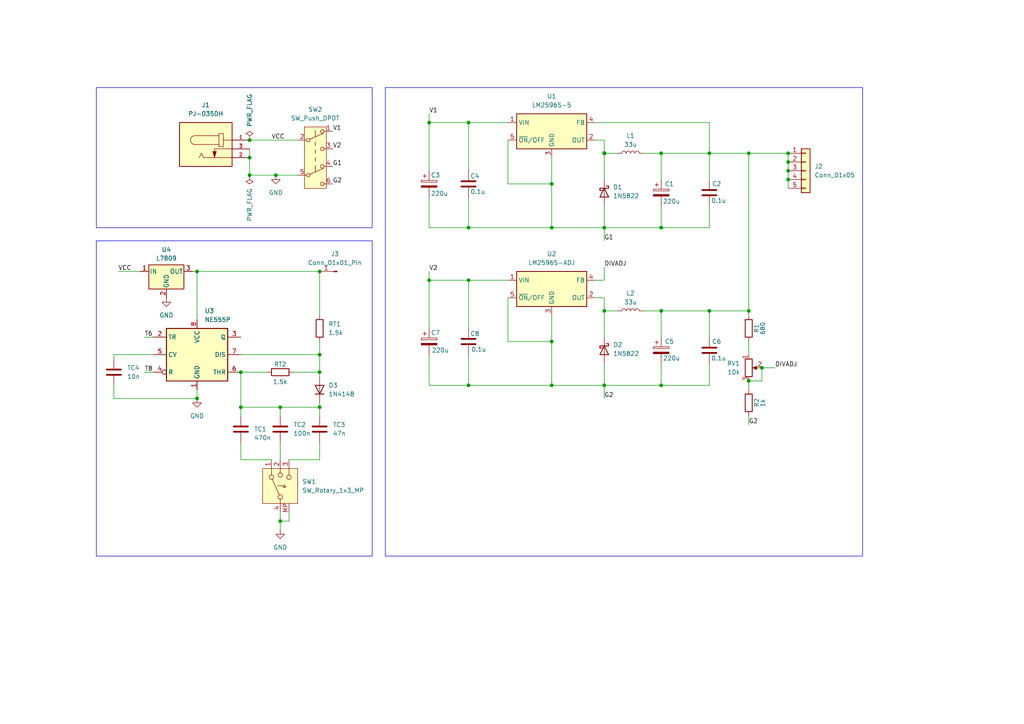
<source format=kicad_sch>
(kicad_sch (version 20231120) (generator "eeschema") (generator_version "8.0")
  (paper "A4")
  (lib_symbols
    (symbol "Connector:Conn_01x01_Pin" (pin_names (offset 1.016) hide)
      (property "Reference" "J" (at 0 2.54 0))
      (property "Value" "Conn_01x01_Pin" (at 0 -2.54 0))
      (symbol "Conn_01x01_Pin_1_1"
        (polyline (pts (xy 1.27 0) (xy 0.8636 0)) (stroke (width 0.1524)))
        (rectangle (start 0.8636 0.127) (end 0 -0.127) (stroke (width 0.1524)) (fill (type outline)))
        (pin passive line (at 5.08 0 180) (length 3.81) (name "Pin_1") (number "1"))
      )
    )
    (symbol "Connector_Generic:Conn_01x05" (pin_names (offset 1.016) hide)
      (property "Reference" "J" (at 0 7.62 0))
      (property "Value" "Conn_01x05" (at 0 -7.62 0))
      (symbol "Conn_01x05_1_1"
        (rectangle (start -1.27 -4.953) (end 0 -5.207) (stroke (width 0.1524)))
        (rectangle (start -1.27 -2.413) (end 0 -2.667) (stroke (width 0.1524)))
        (rectangle (start -1.27 0.127) (end 0 -0.127) (stroke (width 0.1524)))
        (rectangle (start -1.27 2.667) (end 0 2.413) (stroke (width 0.1524)))
        (rectangle (start -1.27 5.207) (end 0 4.953) (stroke (width 0.1524)))
        (rectangle (start -1.27 6.35) (end 1.27 -6.35) (stroke (width 0.254)) (fill (type background)))
        (pin passive line (at -5.08 5.08 0) (length 3.81) (name "Pin_1") (number "1"))
        (pin passive line (at -5.08 2.54 0) (length 3.81) (name "Pin_2") (number "2"))
        (pin passive line (at -5.08 0 0) (length 3.81) (name "Pin_3") (number "3"))
        (pin passive line (at -5.08 -2.54 0) (length 3.81) (name "Pin_4") (number "4"))
        (pin passive line (at -5.08 -5.08 0) (length 3.81) (name "Pin_5") (number "5"))
      )
    )
    (symbol "Device:C" (pin_numbers hide) (pin_names (offset 0.254))
      (property "Reference" "C" (at 0.635 2.54 0))
      (property "Value" "C" (at 0.635 -2.54 0))
      (symbol "C_0_1"
        (polyline (pts (xy -2.032 -0.762) (xy 2.032 -0.762)) (stroke (width 0.508)))
        (polyline (pts (xy -2.032 0.762) (xy 2.032 0.762)) (stroke (width 0.508)))
      )
      (symbol "C_1_1"
        (pin passive line (at 0 3.81 270) (length 2.794) (name "~") (number "1"))
        (pin passive line (at 0 -3.81 90) (length 2.794) (name "~") (number "2"))
      )
    )
    (symbol "Device:C_Polarized" (pin_numbers hide) (pin_names (offset 0.254))
      (property "Reference" "C" (at 0.635 2.54 0))
      (property "Value" "C_Polarized" (at 0.635 -2.54 0))
      (symbol "C_Polarized_0_1"
        (rectangle (start -2.286 0.508) (end 2.286 1.016))
        (polyline (pts (xy -1.778 2.286) (xy -0.762 2.286)))
        (polyline (pts (xy -1.27 2.794) (xy -1.27 1.778)))
        (rectangle (start 2.286 -0.508) (end -2.286 -1.016) (fill (type outline)))
      )
      (symbol "C_Polarized_1_1"
        (pin passive line (at 0 3.81 270) (length 2.794) (name "~") (number "1"))
        (pin passive line (at 0 -3.81 90) (length 2.794) (name "~") (number "2"))
      )
    )
    (symbol "Device:D" (pin_numbers hide) (pin_names (offset 1.016) hide)
      (property "Reference" "D" (at 0 2.54 0))
      (property "Value" "D" (at 0 -2.54 0))
      (symbol "D_0_1"
        (polyline (pts (xy -1.27 1.27) (xy -1.27 -1.27)) (stroke (width 0.254)))
        (polyline (pts (xy 1.27 0) (xy -1.27 0)))
        (polyline (pts (xy 1.27 1.27) (xy 1.27 -1.27) (xy -1.27 0) (xy 1.27 1.27)) (stroke (width 0.254)))
      )
      (symbol "D_1_1"
        (pin passive line (at -3.81 0 0) (length 2.54) (name "K") (number "1"))
        (pin passive line (at 3.81 0 180) (length 2.54) (name "A") (number "2"))
      )
    )
    (symbol "Device:L" (pin_numbers hide) (pin_names (offset 1.016) hide)
      (property "Reference" "L" (at -1.27 0 90))
      (property "Value" "L" (at 1.905 0 90))
      (symbol "L_0_1"
        (arc (start 0 -2.54) (mid 0.6323 -1.905) (end 0 -1.27))
        (arc (start 0 -1.27) (mid 0.6323 -0.635) (end 0 0))
        (arc (start 0 0) (mid 0.6323 0.635) (end 0 1.27))
        (arc (start 0 1.27) (mid 0.6323 1.905) (end 0 2.54))
      )
      (symbol "L_1_1"
        (pin passive line (at 0 3.81 270) (length 1.27) (name "1") (number "1"))
        (pin passive line (at 0 -3.81 90) (length 1.27) (name "2") (number "2"))
      )
    )
    (symbol "Device:R" (pin_numbers hide) (pin_names (offset 0))
      (property "Reference" "R" (at 2.032 0 90))
      (property "Value" "R" (at 0 0 90))
      (symbol "R_0_1"
        (rectangle (start -1.016 -2.54) (end 1.016 2.54) (stroke (width 0.254)))
      )
      (symbol "R_1_1"
        (pin passive line (at 0 3.81 270) (length 1.27) (name "~") (number "1"))
        (pin passive line (at 0 -3.81 90) (length 1.27) (name "~") (number "2"))
      )
    )
    (symbol "Device:R_Potentiometer" (pin_names (offset 1.016) hide)
      (property "Reference" "RV" (at -4.445 0 90))
      (property "Value" "R_Potentiometer" (at -2.54 0 90))
      (symbol "R_Potentiometer_0_1"
        (polyline (pts (xy 2.54 0) (xy 1.524 0)))
        (polyline (pts (xy 1.143 0) (xy 2.286 0.508) (xy 2.286 -0.508) (xy 1.143 0)) (fill (type outline)))
        (rectangle (start 1.016 2.54) (end -1.016 -2.54) (stroke (width 0.254)))
      )
      (symbol "R_Potentiometer_1_1"
        (pin passive line (at 0 3.81 270) (length 1.27) (name "1") (number "1"))
        (pin passive line (at 3.81 0 180) (length 1.27) (name "2") (number "2"))
        (pin passive line (at 0 -3.81 90) (length 1.27) (name "3") (number "3"))
      )
    )
    (symbol "Diode:1N5822" (pin_numbers hide) (pin_names (offset 1.016) hide)
      (property "Reference" "D" (at 0 2.54 0))
      (property "Value" "1N5822" (at 0 -2.54 0))
      (symbol "1N5822_0_1"
        (polyline (pts (xy 1.27 0) (xy -1.27 0)))
        (polyline (pts (xy 1.27 1.27) (xy 1.27 -1.27) (xy -1.27 0) (xy 1.27 1.27)) (stroke (width 0.254)))
        (polyline (pts (xy -1.905 0.635) (xy -1.905 1.27) (xy -1.27 1.27) (xy -1.27 -1.27) (xy -0.635 -1.27) (xy -0.635 -0.635)) (stroke (width 0.254)))
      )
      (symbol "1N5822_1_1"
        (pin passive line (at -3.81 0 0) (length 2.54) (name "K") (number "1"))
        (pin passive line (at 3.81 0 180) (length 2.54) (name "A") (number "2"))
      )
    )
    (symbol "PJ-035DH:PJ-035DH" (pin_names (offset 1.016))
      (property "Reference" "J" (at -7.6976 5.588 0))
      (property "Value" "PJ-035DH" (at -7.6898 -10.2066 0))
      (symbol "PJ-035DH_0_0"
        (rectangle (start -7.62 -7.62) (end 7.62 5.08) (stroke (width 0.254)) (fill (type background)))
        (arc (start -3.175 1.27) (mid -4.4394 0) (end -3.175 -1.27) (stroke (width 0.1524)))
        (polyline (pts (xy -3.175 1.27) (xy 3.81 1.27)) (stroke (width 0.1524)))
        (polyline (pts (xy -1.27 -3.81) (xy -1.905 -5.08)) (stroke (width 0.1524)))
        (polyline (pts (xy -0.635 -5.08) (xy -1.27 -3.81)) (stroke (width 0.1524)))
        (polyline (pts (xy 2.54 -5.08) (xy -0.635 -5.08)) (stroke (width 0.1524)))
        (polyline (pts (xy 2.54 -2.54) (xy 2.54 -5.08)) (stroke (width 0.1524)))
        (polyline (pts (xy 3.81 -1.905) (xy 5.08 -1.905)) (stroke (width 0.1524)))
        (polyline (pts (xy 3.81 -1.27) (xy -3.175 -1.27)) (stroke (width 0.1524)))
        (polyline (pts (xy 3.81 -1.27) (xy 3.81 -1.905)) (stroke (width 0.1524)))
        (polyline (pts (xy 3.81 1.27) (xy 3.81 -1.27)) (stroke (width 0.1524)))
        (polyline (pts (xy 3.81 1.905) (xy 3.81 1.27)) (stroke (width 0.1524)))
        (polyline (pts (xy 5.08 -1.905) (xy 5.08 0)) (stroke (width 0.1524)))
        (polyline (pts (xy 5.08 0) (xy 5.08 1.905)) (stroke (width 0.1524)))
        (polyline (pts (xy 5.08 1.905) (xy 3.81 1.905)) (stroke (width 0.1524)))
        (polyline (pts (xy 7.62 -5.08) (xy 2.54 -5.08)) (stroke (width 0.1524)))
        (polyline (pts (xy 7.62 -2.54) (xy 2.54 -2.54)) (stroke (width 0.1524)))
        (polyline (pts (xy 7.62 0) (xy 5.08 0)) (stroke (width 0.1524)))
        (polyline (pts (xy 2.54 -5.08) (xy 2.032 -3.302) (xy 3.048 -3.302) (xy 2.54 -5.08)) (stroke (width 0.1524)) (fill (type outline)))
        (pin passive line (at 12.7 0 180) (length 5.08) (name "~") (number "1"))
        (pin passive line (at 12.7 -5.08 180) (length 5.08) (name "~") (number "2"))
        (pin passive line (at 12.7 -2.54 180) (length 5.08) (name "~") (number "3"))
      )
    )
    (symbol "Regulator_Linear:L7809" (pin_names (offset 0.254))
      (property "Reference" "U" (at -3.81 3.175 0))
      (property "Value" "L7809" (at 0 3.175 0))
      (symbol "L7809_0_1"
        (rectangle (start -5.08 1.905) (end 5.08 -5.08) (stroke (width 0.254)) (fill (type background)))
      )
      (symbol "L7809_1_1"
        (pin power_in line (at -7.62 0 0) (length 2.54) (name "IN") (number "1"))
        (pin power_in line (at 0 -7.62 90) (length 2.54) (name "GND") (number "2"))
        (pin power_out line (at 7.62 0 180) (length 2.54) (name "OUT") (number "3"))
      )
    )
    (symbol "Regulator_Switching:LM2596S-5"
      (property "Reference" "U" (at -10.16 6.35 0))
      (property "Value" "LM2596S-5" (at 0 6.35 0))
      (symbol "LM2596S-5_0_1"
        (rectangle (start -10.16 5.08) (end 10.16 -5.08) (stroke (width 0.254)) (fill (type background)))
      )
      (symbol "LM2596S-5_1_1"
        (pin power_in line (at -12.7 2.54 0) (length 2.54) (name "VIN") (number "1"))
        (pin output line (at 12.7 -2.54 180) (length 2.54) (name "OUT") (number "2"))
        (pin power_in line (at 0 -7.62 90) (length 2.54) (name "GND") (number "3"))
        (pin input line (at 12.7 2.54 180) (length 2.54) (name "FB") (number "4"))
        (pin input line (at -12.7 -2.54 0) (length 2.54) (name "~{ON}/OFF") (number "5"))
      )
    )
    (symbol "Regulator_Switching:LM2596S-ADJ"
      (property "Reference" "U" (at -10.16 6.35 0))
      (property "Value" "LM2596S-ADJ" (at 0 6.35 0))
      (symbol "LM2596S-ADJ_0_1"
        (rectangle (start -10.16 5.08) (end 10.16 -5.08) (stroke (width 0.254)) (fill (type background)))
      )
      (symbol "LM2596S-ADJ_1_1"
        (pin power_in line (at -12.7 2.54 0) (length 2.54) (name "VIN") (number "1"))
        (pin output line (at 12.7 -2.54 180) (length 2.54) (name "OUT") (number "2"))
        (pin power_in line (at 0 -7.62 90) (length 2.54) (name "GND") (number "3"))
        (pin input line (at 12.7 2.54 180) (length 2.54) (name "FB") (number "4"))
        (pin input line (at -12.7 -2.54 0) (length 2.54) (name "~{ON}/OFF") (number "5"))
      )
    )
    (symbol "Switch:SW_Push_DPDT" (pin_names (offset 0) hide)
      (property "Reference" "SW" (at 0 10.16 0))
      (property "Value" "SW_Push_DPDT" (at 0 -10.16 0))
      (symbol "SW_Push_DPDT_0_0"
        (circle (center -2.032 -5.08) (radius 0.508))
        (circle (center -2.032 5.08) (radius 0.508))
        (circle (center 2.032 -7.62) (radius 0.508))
        (circle (center 2.032 2.54) (radius 0.508))
      )
      (symbol "SW_Push_DPDT_0_1"
        (polyline (pts (xy -1.524 -4.826) (xy 2.3368 -3.0988)))
        (polyline (pts (xy -1.524 5.334) (xy 2.3368 7.0612)))
        (polyline (pts (xy 0 -2.286) (xy 0 -4.064)))
        (polyline (pts (xy 0 -1.016) (xy 0 0)))
        (polyline (pts (xy 0 1.27) (xy 0 2.286)))
        (polyline (pts (xy 0 3.556) (xy 0 4.572)))
        (polyline (pts (xy 0 7.874) (xy 0 6.096)))
        (circle (center 2.032 -2.54) (radius 0.508))
        (circle (center 2.032 7.62) (radius 0.508))
      )
      (symbol "SW_Push_DPDT_1_1"
        (rectangle (start -3.175 8.89) (end 3.175 -8.89) (fill (type background)))
        (pin passive line (at 5.08 7.62 180) (length 2.54) (name "A") (number "1"))
        (pin passive line (at -5.08 5.08 0) (length 2.54) (name "B") (number "2"))
        (pin passive line (at 5.08 2.54 180) (length 2.54) (name "C") (number "3"))
        (pin passive line (at 5.08 -2.54 180) (length 2.54) (name "A") (number "4"))
        (pin passive line (at -5.08 -5.08 0) (length 2.54) (name "B") (number "5"))
        (pin passive line (at 5.08 -7.62 180) (length 2.54) (name "C") (number "6"))
      )
    )
    (symbol "Switch:SW_Rotary_1x3_MP" (pin_names hide)
      (property "Reference" "SW" (at 0 6.35 0))
      (property "Value" "SW_Rotary_1x3_MP" (at 8.89 -6.35 0))
      (symbol "SW_Rotary_1x3_MP_0_1"
        (circle (center -3.175 0) (radius 0.635))
        (arc (start -0.3176 -1.5875) (mid 0.0861 -0.5113) (end 0 0.635))
        (polyline (pts (xy -5.08 0) (xy -3.81 0)))
        (polyline (pts (xy -2.5908 0.254) (xy 1.9304 2.286)))
        (polyline (pts (xy -0.3176 -1.5875) (xy -0.3176 -1.5875)))
        (polyline (pts (xy -0.3176 -1.5875) (xy -0.3176 -0.6985)))
        (polyline (pts (xy -0.3176 -1.5875) (xy 0.4444 -1.0795)))
        (polyline (pts (xy 5.08 -2.54) (xy 3.175 -2.54)))
        (polyline (pts (xy 5.08 0) (xy 3.81 0)))
        (polyline (pts (xy 5.08 2.54) (xy 3.175 2.54)))
        (circle (center 2.54 -2.54) (radius 0.635))
        (circle (center 2.54 2.54) (radius 0.635))
        (circle (center 3.175 0) (radius 0.635))
      )
      (symbol "SW_Rotary_1x3_MP_1_1"
        (rectangle (start -5.08 5.08) (end 5.08 -5.08) (fill (type background)))
        (pin passive line (at 7.62 2.54 180) (length 2.54) (name "") (number "1"))
        (pin passive line (at 7.62 0 180) (length 2.54) (name "") (number "2"))
        (pin passive line (at 7.62 -2.54 180) (length 2.54) (name "") (number "3"))
        (pin passive line (at -7.62 0 0) (length 2.54) (name "") (number "4"))
        (pin passive line (at -7.62 -2.54 0) (length 2.54) (name "") (number "MP"))
      )
    )
    (symbol "Timer:NE555P"
      (property "Reference" "U" (at -10.16 8.89 0))
      (property "Value" "NE555P" (at 2.54 8.89 0))
      (symbol "NE555P_0_0"
        (pin power_in line (at 0 -10.16 90) (length 2.54) (name "GND") (number "1"))
        (pin power_in line (at 0 10.16 270) (length 2.54) (name "VCC") (number "8"))
      )
      (symbol "NE555P_0_1"
        (rectangle (start -8.89 -7.62) (end 8.89 7.62) (stroke (width 0.254)) (fill (type background)))
        (rectangle (start -8.89 -7.62) (end 8.89 7.62) (stroke (width 0.254)) (fill (type background)))
      )
      (symbol "NE555P_1_1"
        (pin input line (at -12.7 5.08 0) (length 3.81) (name "TR") (number "2"))
        (pin output line (at 12.7 5.08 180) (length 3.81) (name "Q") (number "3"))
        (pin input inverted (at -12.7 -5.08 0) (length 3.81) (name "R") (number "4"))
        (pin input line (at -12.7 0 0) (length 3.81) (name "CV") (number "5"))
        (pin input line (at 12.7 -5.08 180) (length 3.81) (name "THR") (number "6"))
        (pin input line (at 12.7 0 180) (length 3.81) (name "DIS") (number "7"))
      )
    )
    (symbol "power:GND" (power) (pin_numbers hide) (pin_names (offset 0) hide)
      (property "Value" "GND" (at 0 -3.81 0))
      (symbol "GND_0_1"
        (polyline (pts (xy 0 0) (xy 0 -1.27) (xy 1.27 -1.27) (xy 0 -2.54) (xy -1.27 -1.27) (xy 0 -1.27)))
      )
      (symbol "GND_1_1"
        (pin power_in line (at 0 0 270) (length 0) (name "~") (number "1"))
      )
    )
    (symbol "power:PWR_FLAG" (power) (pin_numbers hide) (pin_names (offset 0) hide)
      (property "Value" "PWR_FLAG" (at 0 3.81 0))
      (symbol "PWR_FLAG_0_0"
        (pin power_out line (at 0 0 90) (length 0) (name "~") (number "1"))
      )
      (symbol "PWR_FLAG_0_1"
        (polyline (pts (xy 0 0) (xy 0 1.27) (xy -1.016 1.905) (xy 0 2.54) (xy 1.016 1.905) (xy 0 1.27)))
      )
    )
  )
  (junction (at 92.71 102.87))
  (junction (at 191.77 111.76))
  (junction (at 205.74 44.45))
  (junction (at 69.85 118.11))
  (junction (at 124.46 81.28))
  (junction (at 124.46 35.56))
  (junction (at 205.74 90.17))
  (junction (at 135.89 35.56))
  (junction (at 191.77 90.17))
  (junction (at 80.01 50.8))
  (junction (at 92.71 107.95))
  (junction (at 69.85 107.95))
  (junction (at 160.02 53.34))
  (junction (at 57.15 78.74))
  (junction (at 81.28 118.11))
  (junction (at 81.28 151.13))
  (junction (at 175.26 90.17))
  (junction (at 72.39 50.8))
  (junction (at 228.6 49.53))
  (junction (at 160.02 66.04))
  (junction (at 135.89 81.28))
  (junction (at 191.77 44.45))
  (junction (at 160.02 99.06))
  (junction (at 135.89 66.04))
  (junction (at 72.39 40.64))
  (junction (at 135.89 111.76))
  (junction (at 217.17 44.45))
  (junction (at 220.98 106.68))
  (junction (at 191.77 66.04))
  (junction (at 175.26 111.76))
  (junction (at 57.15 115.57))
  (junction (at 217.17 90.17))
  (junction (at 175.26 66.04))
  (junction (at 175.26 44.45))
  (junction (at 72.39 45.72))
  (junction (at 228.6 52.07))
  (junction (at 228.6 44.45))
  (junction (at 160.02 111.76))
  (junction (at 92.71 118.11))
  (junction (at 228.6 46.99))
  (junction (at 92.71 78.74))
  (junction (at 217.17 110.49))
  (wire (pts (xy 34.29 78.74) (xy 40.64 78.74)))
  (wire (pts (xy 220.98 110.49) (xy 217.17 110.49)))
  (wire (pts (xy 57.15 115.57) (xy 57.15 113.03)))
  (wire (pts (xy 81.28 118.11) (xy 92.71 118.11)))
  (wire (pts (xy 175.26 111.76) (xy 175.26 115.57)))
  (wire (pts (xy 191.77 66.04) (xy 205.74 66.04)))
  (wire (pts (xy 69.85 107.95) (xy 77.47 107.95)))
  (wire (pts (xy 160.02 91.44) (xy 160.02 99.06)))
  (wire (pts (xy 135.89 35.56) (xy 147.32 35.56)))
  (wire (pts (xy 191.77 44.45) (xy 191.77 52.07)))
  (wire (pts (xy 205.74 90.17) (xy 217.17 90.17)))
  (wire (pts (xy 147.32 53.34) (xy 160.02 53.34)))
  (wire (pts (xy 92.71 99.06) (xy 92.71 102.87)))
  (wire (pts (xy 72.39 50.8) (xy 80.01 50.8)))
  (wire (pts (xy 124.46 35.56) (xy 124.46 49.53)))
  (wire (pts (xy 217.17 90.17) (xy 217.17 91.44)))
  (wire (pts (xy 205.74 44.45) (xy 205.74 52.07)))
  (wire (pts (xy 41.91 97.79) (xy 44.45 97.79)))
  (wire (pts (xy 44.45 102.87) (xy 33.02 102.87)))
  (wire (pts (xy 124.46 102.87) (xy 124.46 111.76)))
  (wire (pts (xy 217.17 44.45) (xy 217.17 90.17)))
  (wire (pts (xy 81.28 151.13) (xy 81.28 153.67)))
  (wire (pts (xy 69.85 102.87) (xy 92.71 102.87)))
  (wire (pts (xy 228.6 44.45) (xy 228.6 46.99)))
  (wire (pts (xy 205.74 35.56) (xy 205.74 44.45)))
  (wire (pts (xy 175.26 77.47) (xy 175.26 81.28)))
  (wire (pts (xy 191.77 59.69) (xy 191.77 66.04)))
  (wire (pts (xy 175.26 86.36) (xy 175.26 90.17)))
  (wire (pts (xy 191.77 90.17) (xy 205.74 90.17)))
  (wire (pts (xy 135.89 81.28) (xy 135.89 95.25)))
  (wire (pts (xy 191.77 44.45) (xy 205.74 44.45)))
  (wire (pts (xy 72.39 43.18) (xy 72.39 45.72)))
  (wire (pts (xy 69.85 107.95) (xy 69.85 118.11)))
  (wire (pts (xy 228.6 52.07) (xy 228.6 54.61)))
  (wire (pts (xy 160.02 66.04) (xy 175.26 66.04)))
  (wire (pts (xy 217.17 120.65) (xy 217.17 123.19)))
  (wire (pts (xy 147.32 99.06) (xy 160.02 99.06)))
  (wire (pts (xy 41.91 107.95) (xy 44.45 107.95)))
  (wire (pts (xy 81.28 151.13) (xy 83.82 151.13)))
  (wire (pts (xy 175.26 44.45) (xy 179.07 44.45)))
  (wire (pts (xy 78.74 133.35) (xy 69.85 133.35)))
  (wire (pts (xy 57.15 78.74) (xy 92.71 78.74)))
  (wire (pts (xy 124.46 33.02) (xy 124.46 35.56)))
  (wire (pts (xy 92.71 118.11) (xy 92.71 120.65)))
  (wire (pts (xy 228.6 46.99) (xy 228.6 49.53)))
  (wire (pts (xy 205.74 90.17) (xy 205.74 97.79)))
  (wire (pts (xy 81.28 118.11) (xy 81.28 120.65)))
  (wire (pts (xy 220.98 106.68) (xy 220.98 110.49)))
  (wire (pts (xy 186.69 44.45) (xy 191.77 44.45)))
  (wire (pts (xy 175.26 59.69) (xy 175.26 66.04)))
  (wire (pts (xy 160.02 45.72) (xy 160.02 53.34)))
  (wire (pts (xy 228.6 49.53) (xy 228.6 52.07)))
  (wire (pts (xy 217.17 99.06) (xy 217.17 102.87)))
  (wire (pts (xy 160.02 99.06) (xy 160.02 111.76)))
  (wire (pts (xy 55.88 78.74) (xy 57.15 78.74)))
  (wire (pts (xy 147.32 40.64) (xy 147.32 53.34)))
  (wire (pts (xy 69.85 118.11) (xy 69.85 120.65)))
  (wire (pts (xy 217.17 44.45) (xy 228.6 44.45)))
  (wire (pts (xy 172.72 35.56) (xy 205.74 35.56)))
  (wire (pts (xy 160.02 111.76) (xy 175.26 111.76)))
  (wire (pts (xy 124.46 57.15) (xy 124.46 66.04)))
  (wire (pts (xy 33.02 111.76) (xy 33.02 115.57)))
  (wire (pts (xy 175.26 90.17) (xy 179.07 90.17)))
  (wire (pts (xy 135.89 35.56) (xy 135.89 49.53)))
  (wire (pts (xy 69.85 133.35) (xy 69.85 128.27)))
  (wire (pts (xy 175.26 44.45) (xy 175.26 52.07)))
  (wire (pts (xy 175.26 66.04) (xy 191.77 66.04)))
  (wire (pts (xy 205.74 105.41) (xy 205.74 111.76)))
  (wire (pts (xy 33.02 115.57) (xy 57.15 115.57)))
  (wire (pts (xy 80.01 50.8) (xy 86.36 50.8)))
  (wire (pts (xy 186.69 90.17) (xy 191.77 90.17)))
  (wire (pts (xy 85.09 107.95) (xy 92.71 107.95)))
  (wire (pts (xy 205.74 59.69) (xy 205.74 66.04)))
  (wire (pts (xy 72.39 40.64) (xy 86.36 40.64)))
  (wire (pts (xy 135.89 102.87) (xy 135.89 111.76)))
  (wire (pts (xy 191.77 90.17) (xy 191.77 97.79)))
  (wire (pts (xy 175.26 111.76) (xy 191.77 111.76)))
  (wire (pts (xy 191.77 111.76) (xy 205.74 111.76)))
  (wire (pts (xy 124.46 81.28) (xy 135.89 81.28)))
  (wire (pts (xy 135.89 81.28) (xy 147.32 81.28)))
  (wire (pts (xy 124.46 111.76) (xy 135.89 111.76)))
  (wire (pts (xy 135.89 57.15) (xy 135.89 66.04)))
  (wire (pts (xy 124.46 66.04) (xy 135.89 66.04)))
  (wire (pts (xy 175.26 40.64) (xy 175.26 44.45)))
  (wire (pts (xy 92.71 102.87) (xy 92.71 107.95)))
  (wire (pts (xy 135.89 111.76) (xy 160.02 111.76)))
  (wire (pts (xy 175.26 90.17) (xy 175.26 97.79)))
  (wire (pts (xy 172.72 81.28) (xy 175.26 81.28)))
  (wire (pts (xy 92.71 91.44) (xy 92.71 78.74)))
  (wire (pts (xy 217.17 110.49) (xy 217.17 113.03)))
  (wire (pts (xy 172.72 40.64) (xy 175.26 40.64)))
  (wire (pts (xy 81.28 148.59) (xy 81.28 151.13)))
  (wire (pts (xy 175.26 66.04) (xy 175.26 69.85)))
  (wire (pts (xy 92.71 133.35) (xy 83.82 133.35)))
  (wire (pts (xy 33.02 102.87) (xy 33.02 104.14)))
  (wire (pts (xy 124.46 81.28) (xy 124.46 95.25)))
  (wire (pts (xy 191.77 105.41) (xy 191.77 111.76)))
  (wire (pts (xy 124.46 35.56) (xy 135.89 35.56)))
  (wire (pts (xy 175.26 105.41) (xy 175.26 111.76)))
  (wire (pts (xy 92.71 116.84) (xy 92.71 118.11)))
  (wire (pts (xy 72.39 45.72) (xy 72.39 50.8)))
  (wire (pts (xy 172.72 86.36) (xy 175.26 86.36)))
  (wire (pts (xy 124.46 78.74) (xy 124.46 81.28)))
  (wire (pts (xy 135.89 66.04) (xy 160.02 66.04)))
  (wire (pts (xy 92.71 107.95) (xy 92.71 109.22)))
  (wire (pts (xy 69.85 118.11) (xy 81.28 118.11)))
  (wire (pts (xy 220.98 106.68) (xy 224.79 106.68)))
  (wire (pts (xy 92.71 128.27) (xy 92.71 133.35)))
  (wire (pts (xy 205.74 44.45) (xy 217.17 44.45)))
  (wire (pts (xy 81.28 128.27) (xy 81.28 133.35)))
  (wire (pts (xy 57.15 78.74) (xy 57.15 92.71)))
  (wire (pts (xy 147.32 86.36) (xy 147.32 99.06)))
  (wire (pts (xy 160.02 53.34) (xy 160.02 66.04)))
  (wire (pts (xy 83.82 151.13) (xy 83.82 148.59)))
  (rectangle (start 111.76 25.4) (end 250.19 161.29))
  (rectangle (start 27.94 69.85) (end 107.95 161.29))
  (rectangle (start 27.94 25.4) (end 107.95 66.04))
  (label "T6" (at 41.91 97.79 0))
  (label "V1" (at 96.52 38.1 0))
  (label "G2" (at 96.52 53.34 0))
  (label "VCC" (at 78.74 40.64 0))
  (label "DIVADJ" (at 224.79 106.68 0))
  (label "G2" (at 217.17 123.19 0))
  (label "G1" (at 96.52 48.26 0))
  (label "G2" (at 175.26 115.57 0))
  (label "V1" (at 124.46 33.02 0))
  (label "V2" (at 124.46 78.74 0))
  (label "G1" (at 175.26 69.85 0))
  (label "DIVADJ" (at 175.26 77.47 0))
  (label "VCC" (at 34.29 78.74 0))
  (label "T8" (at 41.91 107.95 0))
  (label "V2" (at 96.52 43.18 0))
  (netclass_flag "" (length 0.0254) (shape round) (at 175.26 44.45 270) (property "Netclass" "signal" (effects (hide yes))))
  (symbol (lib_id "Device:L") (at 182.88 90.17 90) (unit 1)
    (property "Reference" "L2" (at 182.88 85.09 90))
    (property "Value" "33u" (at 182.88 87.63 90))
    (property "Footprint" "SRR1260-330M:INDP125125X600N" (effects (hide yes)))
    (property "Description" "Inductor" (effects (hide yes)))
  )
  (symbol (lib_id "power:GND") (at 57.15 115.57 0) (unit 1)
    (property "Reference" "#PWR03" (effects (hide yes)))
    (property "Value" "GND" (at 57.15 120.65 0))
    (property "Description" "Power symbol creates a global label with name \"GND\" , ground" (effects (hide yes)))
  )
  (symbol (lib_id "Device:R_Potentiometer") (at 217.17 106.68 0) (unit 1)
    (property "Reference" "RV1" (at 214.63 105.4099 0) (effects (justify right)))
    (property "Value" "10k" (at 214.63 107.9499 0) (effects (justify right)))
    (property "Description" "Potentiometer" (effects (hide yes)))
  )
  (symbol (lib_id "Device:C_Polarized") (at 124.46 99.06 0) (unit 1)
    (property "Reference" "C7" (at 124.968 96.52 0) (effects (justify left)))
    (property "Value" "220u" (at 125.222 101.6 0) (effects (justify left)))
    (property "Footprint" "Capacitor_THT:CP_Radial_D8.0mm_P3.50mm" (effects (hide yes)))
    (property "Description" "Polarized capacitor" (effects (hide yes)))
  )
  (symbol (lib_id "Device:D") (at 92.71 113.03 90) (unit 1)
    (property "Reference" "D3" (at 95.25 111.7599 90) (effects (justify right)))
    (property "Value" "1N4148" (at 95.25 114.2999 90) (effects (justify right)))
    (property "Description" "Diode" (effects (hide yes)))
    (property "Sim.Device" "D" (effects (hide yes)))
    (property "Sim.Pins" "1=K 2=A" (effects (hide yes)))
  )
  (symbol (lib_id "Regulator_Switching:LM2596S-ADJ") (at 160.02 83.82 0) (unit 1)
    (property "Reference" "U2" (at 160.02 73.66 0))
    (property "Value" "LM2596S-ADJ" (at 160.02 76.2 0))
    (property "Footprint" "Package_TO_SOT_SMD:TO-263-5_TabPin3" (effects (hide yes)))
    (property "Datasheet" "http://www.ti.com/lit/ds/symlink/lm2596.pdf" (effects (hide yes)))
    (property "Description" "Adjustable 3A Step-Down Voltage Regulator, TO-263" (effects (hide yes)))
  )
  (symbol (lib_id "Device:C_Polarized") (at 191.77 101.6 0) (unit 1)
    (property "Reference" "C5" (at 192.786 99.06 0) (effects (justify left)))
    (property "Value" "220u" (at 192.278 103.886 0) (effects (justify left)))
    (property "Footprint" "Capacitor_THT:CP_Radial_D8.0mm_P3.50mm" (effects (hide yes)))
    (property "Description" "Polarized capacitor" (effects (hide yes)))
  )
  (symbol (lib_id "Switch:SW_Push_DPDT") (at 91.44 45.72 0) (unit 1)
    (property "Reference" "SW2" (at 91.44 31.75 0))
    (property "Value" "SW_Push_DPDT" (at 91.44 34.29 0))
    (property "Description" "Momentary Switch, dual pole double throw" (effects (hide yes)))
  )
  (symbol (lib_id "Connector:Conn_01x01_Pin") (at 97.79 78.74 180) (unit 1)
    (property "Reference" "J3" (at 97.155 73.66 0))
    (property "Value" "Conn_01x01_Pin" (at 97.155 76.2 0))
    (property "Description" "Generic connector, single row, 01x01, script generated" (effects (hide yes)))
  )
  (symbol (lib_id "Regulator_Switching:LM2596S-5") (at 160.02 38.1 0) (unit 1)
    (property "Reference" "U1" (at 160.02 27.94 0))
    (property "Value" "LM2596S-5" (at 160.02 30.48 0))
    (property "Footprint" "Package_TO_SOT_SMD:TO-263-5_TabPin3" (effects (hide yes)))
    (property "Datasheet" "http://www.ti.com/lit/ds/symlink/lm2596.pdf" (effects (hide yes)))
    (property "Description" "5V 3A Step-Down Voltage Regulator, TO-263" (effects (hide yes)))
  )
  (symbol (lib_id "Timer:NE555P") (at 57.15 102.87 0) (unit 1)
    (property "Reference" "U3" (at 59.3441 90.17 0) (effects (justify left)))
    (property "Value" "NE555P" (at 59.3441 92.71 0) (effects (justify left)))
    (property "Footprint" "Package_DIP:DIP-8_W7.62mm" (effects (hide yes)))
    (property "Datasheet" "http://www.ti.com/lit/ds/symlink/ne555.pdf" (effects (hide yes)))
    (property "Description" "Precision Timers, 555 compatible,  PDIP-8" (effects (hide yes)))
  )
  (symbol (lib_id "Device:C_Polarized") (at 191.77 55.88 0) (unit 1)
    (property "Reference" "C1" (at 192.786 53.34 0) (effects (justify left)))
    (property "Value" "220u" (at 192.278 58.42 0) (effects (justify left)))
    (property "Footprint" "Capacitor_THT:CP_Radial_D8.0mm_P3.50mm" (effects (hide yes)))
    (property "Description" "Polarized capacitor" (effects (hide yes)))
  )
  (symbol (lib_id "power:PWR_FLAG") (at 72.39 50.8 180) (unit 1)
    (property "Reference" "#FLG02" (effects (hide yes)))
    (property "Value" "PWR_FLAG" (at 72.39 54.61 90) (effects (justify left)))
    (property "Description" "Special symbol for telling ERC where power comes from" (effects (hide yes)))
  )
  (symbol (lib_id "Device:R") (at 81.28 107.95 90) (unit 1)
    (property "Reference" "RT2" (at 81.28 105.664 90))
    (property "Value" "1.5k" (at 81.28 110.744 90))
    (property "Description" "Resistor" (effects (hide yes)))
  )
  (symbol (lib_id "Device:C") (at 81.28 124.46 0) (unit 1)
    (property "Reference" "TC2" (at 85.09 123.1899 0) (effects (justify left)))
    (property "Value" "100n" (at 85.09 125.7299 0) (effects (justify left)))
    (property "Description" "Unpolarized capacitor" (effects (hide yes)))
  )
  (symbol (lib_id "Device:C") (at 33.02 107.95 0) (unit 1)
    (property "Reference" "TC4" (at 36.83 106.6799 0) (effects (justify left)))
    (property "Value" "10n" (at 36.83 109.2199 0) (effects (justify left)))
    (property "Description" "Unpolarized capacitor" (effects (hide yes)))
  )
  (symbol (lib_id "Device:C") (at 135.89 99.06 0) (unit 1)
    (property "Reference" "C8" (at 136.398 96.774 0) (effects (justify left)))
    (property "Value" "0.1u" (at 136.652 101.346 0) (effects (justify left)))
    (property "Description" "Unpolarized capacitor" (effects (hide yes)))
  )
  (symbol (lib_id "Device:R") (at 217.17 116.84 0) (unit 1)
    (property "Reference" "R2" (at 219.456 118.11 90) (effects (justify left)))
    (property "Value" "1k" (at 221.234 118.11 90) (effects (justify left)))
    (property "Footprint" "Resistor_THT:R_Axial_DIN0309_L9.0mm_D3.2mm_P12.70mm_Horizontal" (effects (hide yes)))
    (property "Description" "Resistor" (effects (hide yes)))
  )
  (symbol (lib_id "PJ-035DH:PJ-035DH") (at 59.69 40.64 0) (unit 1)
    (property "Reference" "J1" (at 59.69 30.48 0))
    (property "Value" "PJ-035DH" (at 59.69 33.02 0))
    (property "Footprint" "PJ-035DH:CUI_PJ-035DH" (effects (hide yes)))
    (property "MF" "Same Sky" (effects (hide yes)))
    (property "MAXIMUM_PACKAGE_HEIGHT" "11.5mm" (effects (hide yes)))
    (property "Package" "None" (effects (hide yes)))
    (property "Price" "None" (effects (hide yes)))
    (property "Check_prices" "https://www.snapeda.com/parts/PJ-035DH/Same+Sky/view-part/?ref=eda" (effects (hide yes)))
    (property "STANDARD" "Manufacturer Recommendations" (effects (hide yes)))
    (property "PARTREV" "1.05" (effects (hide yes)))
    (property "SnapEDA_Link" "https://www.snapeda.com/parts/PJ-035DH/Same+Sky/view-part/?ref=snap" (effects (hide yes)))
    (property "MP" "PJ-035DH" (effects (hide yes)))
    (property "Description_1" "\n                        \n                            1.3 x 3.8 mm, 3.5 A, Horizontal, Through Hole, Dc Power Jack Connector\n                        \n" (effects (hide yes)))
    (property "Availability" "In Stock" (effects (hide yes)))
    (property "MANUFACTURER" "CUI Devices" (effects (hide yes)))
  )
  (symbol (lib_id "Device:L") (at 182.88 44.45 90) (unit 1)
    (property "Reference" "L1" (at 182.88 39.37 90))
    (property "Value" "33u" (at 182.88 41.91 90))
    (property "Footprint" "SRR1260-330M:INDP125125X600N" (effects (hide yes)))
    (property "Description" "Inductor" (effects (hide yes)))
  )
  (symbol (lib_id "Device:R") (at 92.71 95.25 0) (unit 1)
    (property "Reference" "RT1" (at 95.25 93.9799 0) (effects (justify left)))
    (property "Value" "1.5k" (at 95.25 96.5199 0) (effects (justify left)))
    (property "Description" "Resistor" (effects (hide yes)))
  )
  (symbol (lib_id "Diode:1N5822") (at 175.26 55.88 270) (unit 1)
    (property "Reference" "D1" (at 177.8 54.2924 90) (effects (justify left)))
    (property "Value" "1N5822" (at 177.8 56.8324 90) (effects (justify left)))
    (property "Footprint" "Diode_THT:D_DO-201AD_P12.70mm_Horizontal" (effects (hide yes)))
    (property "Datasheet" "http://www.vishay.com/docs/88526/1n5820.pdf" (effects (hide yes)))
    (property "Description" "40V 3A Schottky Barrier Rectifier Diode, DO-201AD" (effects (hide yes)))
  )
  (symbol (lib_id "Switch:SW_Rotary_1x3_MP") (at 81.28 140.97 90) (unit 1)
    (property "Reference" "SW1" (at 87.63 139.6999 90) (effects (justify right)))
    (property "Value" "SW_Rotary_1x3_MP" (at 87.63 142.2399 90) (effects (justify right)))
    (property "Description" "Rotary switch 1x3, SP3T with mount point" (effects (hide yes)))
  )
  (symbol (lib_id "power:GND") (at 81.28 153.67 0) (unit 1)
    (property "Reference" "#PWR04" (effects (hide yes)))
    (property "Value" "GND" (at 81.28 158.75 0))
    (property "Description" "Power symbol creates a global label with name \"GND\" , ground" (effects (hide yes)))
  )
  (symbol (lib_id "Device:C") (at 69.85 124.46 0) (unit 1)
    (property "Reference" "TC1" (at 73.66 124.4599 0) (effects (justify left)))
    (property "Value" "470n" (at 73.66 126.9999 0) (effects (justify left)))
    (property "Description" "Unpolarized capacitor" (effects (hide yes)))
  )
  (symbol (lib_id "Device:C") (at 205.74 55.88 0) (unit 1)
    (property "Reference" "C2" (at 206.502 53.34 0) (effects (justify left)))
    (property "Value" "0.1u" (at 206.248 58.166 0) (effects (justify left)))
    (property "Description" "Unpolarized capacitor" (effects (hide yes)))
  )
  (symbol (lib_id "Device:C") (at 205.74 101.6 0) (unit 1)
    (property "Reference" "C6" (at 206.502 99.06 0) (effects (justify left)))
    (property "Value" "0.1u" (at 206.248 103.886 0) (effects (justify left)))
    (property "Description" "Unpolarized capacitor" (effects (hide yes)))
  )
  (symbol (lib_id "Device:C_Polarized") (at 124.46 53.34 0) (unit 1)
    (property "Reference" "C3" (at 124.968 50.8 0) (effects (justify left)))
    (property "Value" "220u" (at 124.968 56.134 0) (effects (justify left)))
    (property "Footprint" "Capacitor_THT:CP_Radial_D8.0mm_P3.50mm" (effects (hide yes)))
    (property "Description" "Polarized capacitor" (effects (hide yes)))
  )
  (symbol (lib_id "power:GND") (at 48.26 86.36 0) (unit 1)
    (property "Reference" "#PWR02" (effects (hide yes)))
    (property "Value" "GND" (at 48.26 91.44 0))
    (property "Description" "Power symbol creates a global label with name \"GND\" , ground" (effects (hide yes)))
  )
  (symbol (lib_id "Regulator_Linear:L7809") (at 48.26 78.74 0) (unit 1)
    (property "Reference" "U4" (at 48.26 72.39 0))
    (property "Value" "L7809" (at 48.26 74.93 0))
    (property "Footprint" "Package_TO_SOT_THT:TO-220-3_Horizontal_TabDown" (effects (hide yes)))
    (property "Datasheet" "http://www.st.com/content/ccc/resource/technical/document/datasheet/41/4f/b3/b0/12/d4/47/88/CD00000444.pdf/files/CD00000444.pdf/jcr:content/translations/en.CD00000444.pdf" (effects (hide yes)))
    (property "Description" "Positive 1.5A 35V Linear Regulator, Fixed Output 9V, TO-220/TO-263/TO-252" (effects (hide yes)))
  )
  (symbol (lib_id "Device:C") (at 135.89 53.34 0) (unit 1)
    (property "Reference" "C4" (at 136.398 51.054 0) (effects (justify left)))
    (property "Value" "0.1u" (at 136.398 55.626 0) (effects (justify left)))
    (property "Description" "Unpolarized capacitor" (effects (hide yes)))
  )
  (symbol (lib_id "Diode:1N5822") (at 175.26 101.6 270) (unit 1)
    (property "Reference" "D2" (at 177.8 100.0124 90) (effects (justify left)))
    (property "Value" "1N5822" (at 177.8 102.5524 90) (effects (justify left)))
    (property "Footprint" "Diode_THT:D_DO-201AD_P12.70mm_Horizontal" (effects (hide yes)))
    (property "Datasheet" "http://www.vishay.com/docs/88526/1n5820.pdf" (effects (hide yes)))
    (property "Description" "40V 3A Schottky Barrier Rectifier Diode, DO-201AD" (effects (hide yes)))
  )
  (symbol (lib_id "Connector_Generic:Conn_01x05") (at 233.68 49.53 0) (unit 1)
    (property "Reference" "J2" (at 236.22 48.2599 0) (effects (justify left)))
    (property "Value" "Conn_01x05" (at 236.22 50.7999 0) (effects (justify left)))
    (property "Footprint" "Connector_PinHeader_2.00mm:PinHeader_1x05_P2.00mm_Vertical" (effects (hide yes)))
    (property "Description" "Generic connector, single row, 01x05, script generated (kicad-library-utils/schlib/autogen/connector/)" (effects (hide yes)))
  )
  (symbol (lib_id "Device:C") (at 92.71 124.46 0) (unit 1)
    (property "Reference" "TC3" (at 96.52 123.1899 0) (effects (justify left)))
    (property "Value" "47n" (at 96.52 125.7299 0) (effects (justify left)))
    (property "Description" "Unpolarized capacitor" (effects (hide yes)))
  )
  (symbol (lib_id "power:GND") (at 80.01 50.8 0) (unit 1)
    (property "Reference" "#PWR01" (effects (hide yes)))
    (property "Value" "GND" (at 80.01 55.88 0))
    (property "Description" "Power symbol creates a global label with name \"GND\" , ground" (effects (hide yes)))
  )
  (symbol (lib_id "power:PWR_FLAG") (at 72.39 40.64 0) (unit 1)
    (property "Reference" "#FLG01" (effects (hide yes)))
    (property "Value" "PWR_FLAG" (at 72.39 36.83 90) (effects (justify left)))
    (property "Description" "Special symbol for telling ERC where power comes from" (effects (hide yes)))
  )
  (symbol (lib_id "Device:R") (at 217.17 95.25 0) (unit 1)
    (property "Reference" "R1" (at 219.456 95.25 90))
    (property "Value" "680" (at 221.234 95.25 90))
    (property "Footprint" "Resistor_THT:R_Axial_DIN0309_L9.0mm_D3.2mm_P12.70mm_Horizontal" (effects (hide yes)))
    (property "Description" "Resistor" (effects (hide yes)))
  )
)
</source>
